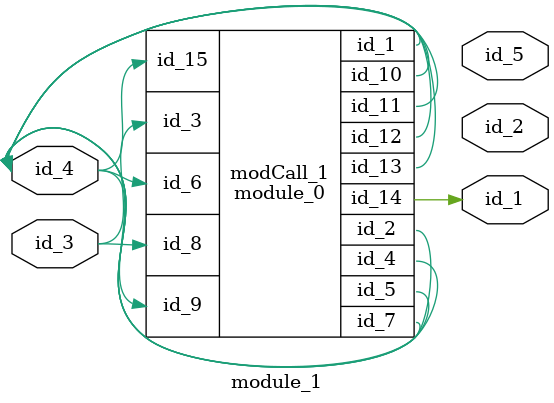
<source format=v>
module module_0 (
    id_1,
    id_2,
    id_3,
    id_4,
    id_5,
    id_6,
    id_7,
    id_8,
    id_9,
    id_10,
    id_11,
    id_12,
    id_13,
    id_14,
    id_15
);
  input wire id_15;
  output wire id_14;
  inout wire id_13;
  inout wire id_12;
  inout wire id_11;
  inout wire id_10;
  input wire id_9;
  input wire id_8;
  inout wire id_7;
  input wire id_6;
  inout wire id_5;
  inout wire id_4;
  input wire id_3;
  output wire id_2;
  output wire id_1;
  wire id_16;
endmodule
module module_1 (
    id_1,
    id_2,
    id_3,
    id_4,
    id_5
);
  output wire id_5;
  inout wire id_4;
  module_0 modCall_1 (
      id_4,
      id_4,
      id_3,
      id_4,
      id_4,
      id_4,
      id_4,
      id_3,
      id_4,
      id_4,
      id_4,
      id_4,
      id_4,
      id_1,
      id_4
  );
  input wire id_3;
  output wire id_2;
  output wire id_1;
endmodule

</source>
